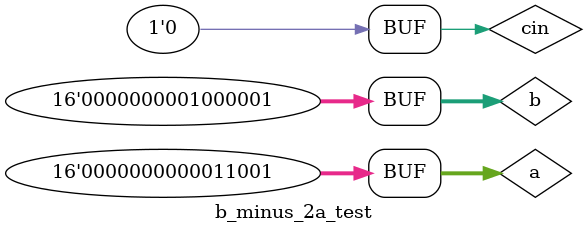
<source format=v>
`timescale 1ns / 1ps


module b_minus_2a_test();
    reg     [15:0]   a, b;
    reg     cin;
    wire    [15:0]   o;
    wire    cout;
    
    b_minus_2a uut(.a(a), .b(b), .cin(x), .cout(cout), .o(o));
    
    initial begin
        a = 16'd32;     b = 16'd7;      cin = 0;    #125;
        a = 16'd21;     b = 16'd85;     cin = 0;    #125;
        a = 16'd16;  b = 16'd36;  cin = 0;    #125;
        a = 16'd256;   b = 16'd5;   cin = 0;    #125;
        a = 16'd200;    b = 16'd95;     cin = 0;    #125;
        a = 16'd45;     b = 16'd135;    cin = 0;    #125;
        a = 16'd36;    b = 16'd255;    cin = 0;    #125;
        a = 16'd25;     b = 16'd65;    cin = 0;    #125;
    end
endmodule


</source>
